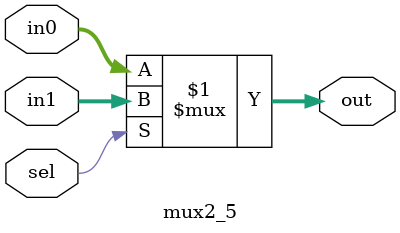
<source format=v>
`timescale 1ns / 1ps
module mux2_5(in0, in1, sel, out);
	input		[4:0]	in0, in1;
	input				sel;
	output	[4:0]	out;
	
	assign	out = sel ? in1 : in0;

endmodule

</source>
